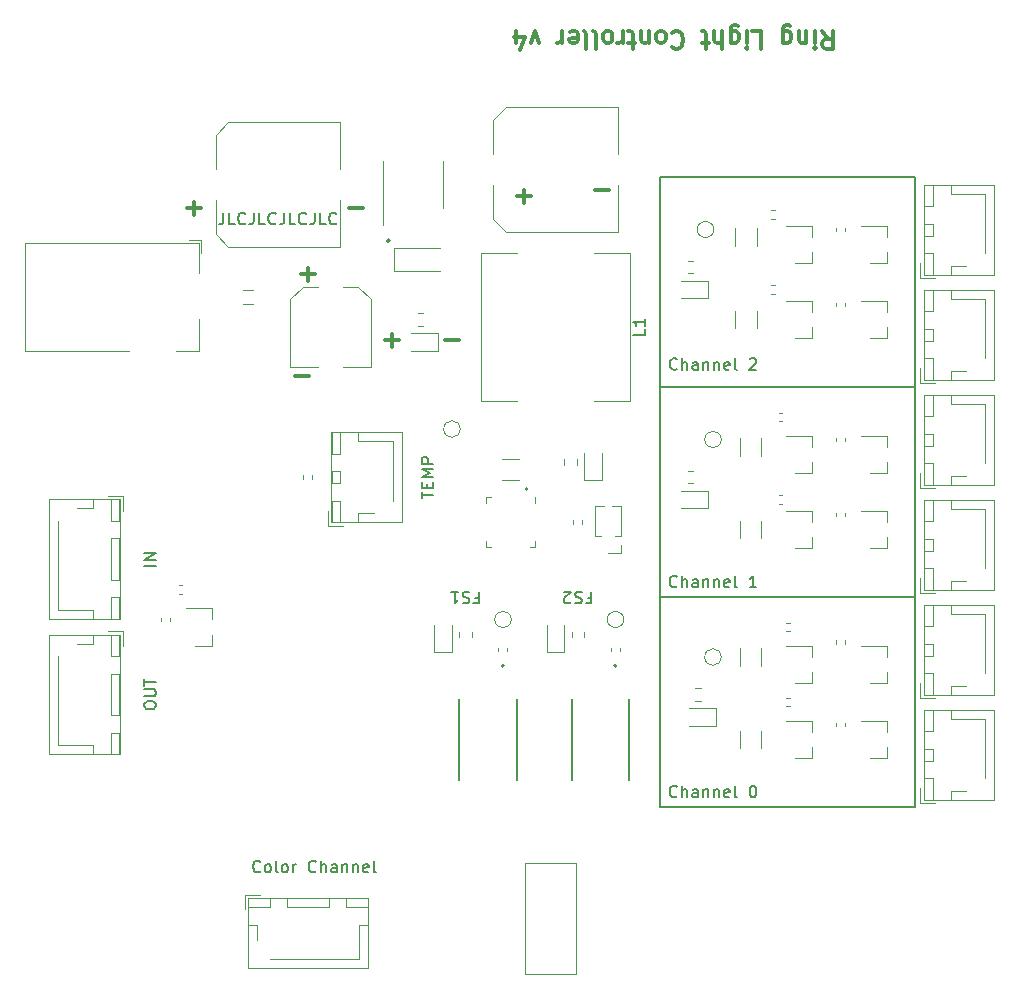
<source format=gbr>
%TF.GenerationSoftware,KiCad,Pcbnew,5.1.10-88a1d61d58~88~ubuntu20.04.1*%
%TF.CreationDate,2021-07-09T08:27:42-06:00*%
%TF.ProjectId,ring_light_controller,72696e67-5f6c-4696-9768-745f636f6e74,2*%
%TF.SameCoordinates,Original*%
%TF.FileFunction,Legend,Top*%
%TF.FilePolarity,Positive*%
%FSLAX46Y46*%
G04 Gerber Fmt 4.6, Leading zero omitted, Abs format (unit mm)*
G04 Created by KiCad (PCBNEW 5.1.10-88a1d61d58~88~ubuntu20.04.1) date 2021-07-09 08:27:42*
%MOMM*%
%LPD*%
G01*
G04 APERTURE LIST*
%ADD10C,0.300000*%
%ADD11C,0.150000*%
%ADD12C,0.200000*%
%ADD13C,0.120000*%
%ADD14C,0.127000*%
G04 APERTURE END LIST*
D10*
X121348571Y-81895142D02*
X122491428Y-81895142D01*
X121920000Y-82466571D02*
X121920000Y-81323714D01*
X120840571Y-90531142D02*
X121983428Y-90531142D01*
X128460571Y-87483142D02*
X129603428Y-87483142D01*
X129032000Y-88054571D02*
X129032000Y-86911714D01*
X139636571Y-75291142D02*
X140779428Y-75291142D01*
X140208000Y-75862571D02*
X140208000Y-74719714D01*
X111696571Y-76307142D02*
X112839428Y-76307142D01*
X112268000Y-76878571D02*
X112268000Y-75735714D01*
X133540571Y-87483142D02*
X134683428Y-87483142D01*
X146240571Y-74783142D02*
X147383428Y-74783142D01*
X125412571Y-76307142D02*
X126555428Y-76307142D01*
D11*
X117880380Y-132437142D02*
X117832761Y-132484761D01*
X117689904Y-132532380D01*
X117594666Y-132532380D01*
X117451809Y-132484761D01*
X117356571Y-132389523D01*
X117308952Y-132294285D01*
X117261333Y-132103809D01*
X117261333Y-131960952D01*
X117308952Y-131770476D01*
X117356571Y-131675238D01*
X117451809Y-131580000D01*
X117594666Y-131532380D01*
X117689904Y-131532380D01*
X117832761Y-131580000D01*
X117880380Y-131627619D01*
X118451809Y-132532380D02*
X118356571Y-132484761D01*
X118308952Y-132437142D01*
X118261333Y-132341904D01*
X118261333Y-132056190D01*
X118308952Y-131960952D01*
X118356571Y-131913333D01*
X118451809Y-131865714D01*
X118594666Y-131865714D01*
X118689904Y-131913333D01*
X118737523Y-131960952D01*
X118785142Y-132056190D01*
X118785142Y-132341904D01*
X118737523Y-132437142D01*
X118689904Y-132484761D01*
X118594666Y-132532380D01*
X118451809Y-132532380D01*
X119356571Y-132532380D02*
X119261333Y-132484761D01*
X119213714Y-132389523D01*
X119213714Y-131532380D01*
X119880380Y-132532380D02*
X119785142Y-132484761D01*
X119737523Y-132437142D01*
X119689904Y-132341904D01*
X119689904Y-132056190D01*
X119737523Y-131960952D01*
X119785142Y-131913333D01*
X119880380Y-131865714D01*
X120023238Y-131865714D01*
X120118476Y-131913333D01*
X120166095Y-131960952D01*
X120213714Y-132056190D01*
X120213714Y-132341904D01*
X120166095Y-132437142D01*
X120118476Y-132484761D01*
X120023238Y-132532380D01*
X119880380Y-132532380D01*
X120642285Y-132532380D02*
X120642285Y-131865714D01*
X120642285Y-132056190D02*
X120689904Y-131960952D01*
X120737523Y-131913333D01*
X120832761Y-131865714D01*
X120928000Y-131865714D01*
X122594666Y-132437142D02*
X122547047Y-132484761D01*
X122404190Y-132532380D01*
X122308952Y-132532380D01*
X122166095Y-132484761D01*
X122070857Y-132389523D01*
X122023238Y-132294285D01*
X121975619Y-132103809D01*
X121975619Y-131960952D01*
X122023238Y-131770476D01*
X122070857Y-131675238D01*
X122166095Y-131580000D01*
X122308952Y-131532380D01*
X122404190Y-131532380D01*
X122547047Y-131580000D01*
X122594666Y-131627619D01*
X123023238Y-132532380D02*
X123023238Y-131532380D01*
X123451809Y-132532380D02*
X123451809Y-132008571D01*
X123404190Y-131913333D01*
X123308952Y-131865714D01*
X123166095Y-131865714D01*
X123070857Y-131913333D01*
X123023238Y-131960952D01*
X124356571Y-132532380D02*
X124356571Y-132008571D01*
X124308952Y-131913333D01*
X124213714Y-131865714D01*
X124023238Y-131865714D01*
X123928000Y-131913333D01*
X124356571Y-132484761D02*
X124261333Y-132532380D01*
X124023238Y-132532380D01*
X123928000Y-132484761D01*
X123880380Y-132389523D01*
X123880380Y-132294285D01*
X123928000Y-132199047D01*
X124023238Y-132151428D01*
X124261333Y-132151428D01*
X124356571Y-132103809D01*
X124832761Y-131865714D02*
X124832761Y-132532380D01*
X124832761Y-131960952D02*
X124880380Y-131913333D01*
X124975619Y-131865714D01*
X125118476Y-131865714D01*
X125213714Y-131913333D01*
X125261333Y-132008571D01*
X125261333Y-132532380D01*
X125737523Y-131865714D02*
X125737523Y-132532380D01*
X125737523Y-131960952D02*
X125785142Y-131913333D01*
X125880380Y-131865714D01*
X126023238Y-131865714D01*
X126118476Y-131913333D01*
X126166095Y-132008571D01*
X126166095Y-132532380D01*
X127023238Y-132484761D02*
X126928000Y-132532380D01*
X126737523Y-132532380D01*
X126642285Y-132484761D01*
X126594666Y-132389523D01*
X126594666Y-132008571D01*
X126642285Y-131913333D01*
X126737523Y-131865714D01*
X126928000Y-131865714D01*
X127023238Y-131913333D01*
X127070857Y-132008571D01*
X127070857Y-132103809D01*
X126594666Y-132199047D01*
X127642285Y-132532380D02*
X127547047Y-132484761D01*
X127499428Y-132389523D01*
X127499428Y-131532380D01*
D12*
X114760952Y-76668380D02*
X114760952Y-77382666D01*
X114713333Y-77525523D01*
X114618095Y-77620761D01*
X114475238Y-77668380D01*
X114380000Y-77668380D01*
X115713333Y-77668380D02*
X115237142Y-77668380D01*
X115237142Y-76668380D01*
X116618095Y-77573142D02*
X116570476Y-77620761D01*
X116427619Y-77668380D01*
X116332380Y-77668380D01*
X116189523Y-77620761D01*
X116094285Y-77525523D01*
X116046666Y-77430285D01*
X115999047Y-77239809D01*
X115999047Y-77096952D01*
X116046666Y-76906476D01*
X116094285Y-76811238D01*
X116189523Y-76716000D01*
X116332380Y-76668380D01*
X116427619Y-76668380D01*
X116570476Y-76716000D01*
X116618095Y-76763619D01*
X117332380Y-76668380D02*
X117332380Y-77382666D01*
X117284761Y-77525523D01*
X117189523Y-77620761D01*
X117046666Y-77668380D01*
X116951428Y-77668380D01*
X118284761Y-77668380D02*
X117808571Y-77668380D01*
X117808571Y-76668380D01*
X119189523Y-77573142D02*
X119141904Y-77620761D01*
X118999047Y-77668380D01*
X118903809Y-77668380D01*
X118760952Y-77620761D01*
X118665714Y-77525523D01*
X118618095Y-77430285D01*
X118570476Y-77239809D01*
X118570476Y-77096952D01*
X118618095Y-76906476D01*
X118665714Y-76811238D01*
X118760952Y-76716000D01*
X118903809Y-76668380D01*
X118999047Y-76668380D01*
X119141904Y-76716000D01*
X119189523Y-76763619D01*
X119903809Y-76668380D02*
X119903809Y-77382666D01*
X119856190Y-77525523D01*
X119760952Y-77620761D01*
X119618095Y-77668380D01*
X119522857Y-77668380D01*
X120856190Y-77668380D02*
X120380000Y-77668380D01*
X120380000Y-76668380D01*
X121760952Y-77573142D02*
X121713333Y-77620761D01*
X121570476Y-77668380D01*
X121475238Y-77668380D01*
X121332380Y-77620761D01*
X121237142Y-77525523D01*
X121189523Y-77430285D01*
X121141904Y-77239809D01*
X121141904Y-77096952D01*
X121189523Y-76906476D01*
X121237142Y-76811238D01*
X121332380Y-76716000D01*
X121475238Y-76668380D01*
X121570476Y-76668380D01*
X121713333Y-76716000D01*
X121760952Y-76763619D01*
X122475238Y-76668380D02*
X122475238Y-77382666D01*
X122427619Y-77525523D01*
X122332380Y-77620761D01*
X122189523Y-77668380D01*
X122094285Y-77668380D01*
X123427619Y-77668380D02*
X122951428Y-77668380D01*
X122951428Y-76668380D01*
X124332380Y-77573142D02*
X124284761Y-77620761D01*
X124141904Y-77668380D01*
X124046666Y-77668380D01*
X123903809Y-77620761D01*
X123808571Y-77525523D01*
X123760952Y-77430285D01*
X123713333Y-77239809D01*
X123713333Y-77096952D01*
X123760952Y-76906476D01*
X123808571Y-76811238D01*
X123903809Y-76716000D01*
X124046666Y-76668380D01*
X124141904Y-76668380D01*
X124284761Y-76716000D01*
X124332380Y-76763619D01*
D10*
X165479428Y-61297428D02*
X165979428Y-62011714D01*
X166336571Y-61297428D02*
X166336571Y-62797428D01*
X165765142Y-62797428D01*
X165622285Y-62726000D01*
X165550857Y-62654571D01*
X165479428Y-62511714D01*
X165479428Y-62297428D01*
X165550857Y-62154571D01*
X165622285Y-62083142D01*
X165765142Y-62011714D01*
X166336571Y-62011714D01*
X164836571Y-61297428D02*
X164836571Y-62297428D01*
X164836571Y-62797428D02*
X164908000Y-62726000D01*
X164836571Y-62654571D01*
X164765142Y-62726000D01*
X164836571Y-62797428D01*
X164836571Y-62654571D01*
X164122285Y-62297428D02*
X164122285Y-61297428D01*
X164122285Y-62154571D02*
X164050857Y-62226000D01*
X163908000Y-62297428D01*
X163693714Y-62297428D01*
X163550857Y-62226000D01*
X163479428Y-62083142D01*
X163479428Y-61297428D01*
X162122285Y-62297428D02*
X162122285Y-61083142D01*
X162193714Y-60940285D01*
X162265142Y-60868857D01*
X162408000Y-60797428D01*
X162622285Y-60797428D01*
X162765142Y-60868857D01*
X162122285Y-61368857D02*
X162265142Y-61297428D01*
X162550857Y-61297428D01*
X162693714Y-61368857D01*
X162765142Y-61440285D01*
X162836571Y-61583142D01*
X162836571Y-62011714D01*
X162765142Y-62154571D01*
X162693714Y-62226000D01*
X162550857Y-62297428D01*
X162265142Y-62297428D01*
X162122285Y-62226000D01*
X159550857Y-61297428D02*
X160265142Y-61297428D01*
X160265142Y-62797428D01*
X159050857Y-61297428D02*
X159050857Y-62297428D01*
X159050857Y-62797428D02*
X159122285Y-62726000D01*
X159050857Y-62654571D01*
X158979428Y-62726000D01*
X159050857Y-62797428D01*
X159050857Y-62654571D01*
X157693714Y-62297428D02*
X157693714Y-61083142D01*
X157765142Y-60940285D01*
X157836571Y-60868857D01*
X157979428Y-60797428D01*
X158193714Y-60797428D01*
X158336571Y-60868857D01*
X157693714Y-61368857D02*
X157836571Y-61297428D01*
X158122285Y-61297428D01*
X158265142Y-61368857D01*
X158336571Y-61440285D01*
X158408000Y-61583142D01*
X158408000Y-62011714D01*
X158336571Y-62154571D01*
X158265142Y-62226000D01*
X158122285Y-62297428D01*
X157836571Y-62297428D01*
X157693714Y-62226000D01*
X156979428Y-61297428D02*
X156979428Y-62797428D01*
X156336571Y-61297428D02*
X156336571Y-62083142D01*
X156408000Y-62226000D01*
X156550857Y-62297428D01*
X156765142Y-62297428D01*
X156908000Y-62226000D01*
X156979428Y-62154571D01*
X155836571Y-62297428D02*
X155265142Y-62297428D01*
X155622285Y-62797428D02*
X155622285Y-61511714D01*
X155550857Y-61368857D01*
X155408000Y-61297428D01*
X155265142Y-61297428D01*
X152765142Y-61440285D02*
X152836571Y-61368857D01*
X153050857Y-61297428D01*
X153193714Y-61297428D01*
X153408000Y-61368857D01*
X153550857Y-61511714D01*
X153622285Y-61654571D01*
X153693714Y-61940285D01*
X153693714Y-62154571D01*
X153622285Y-62440285D01*
X153550857Y-62583142D01*
X153408000Y-62726000D01*
X153193714Y-62797428D01*
X153050857Y-62797428D01*
X152836571Y-62726000D01*
X152765142Y-62654571D01*
X151908000Y-61297428D02*
X152050857Y-61368857D01*
X152122285Y-61440285D01*
X152193714Y-61583142D01*
X152193714Y-62011714D01*
X152122285Y-62154571D01*
X152050857Y-62226000D01*
X151908000Y-62297428D01*
X151693714Y-62297428D01*
X151550857Y-62226000D01*
X151479428Y-62154571D01*
X151408000Y-62011714D01*
X151408000Y-61583142D01*
X151479428Y-61440285D01*
X151550857Y-61368857D01*
X151693714Y-61297428D01*
X151908000Y-61297428D01*
X150765142Y-62297428D02*
X150765142Y-61297428D01*
X150765142Y-62154571D02*
X150693714Y-62226000D01*
X150550857Y-62297428D01*
X150336571Y-62297428D01*
X150193714Y-62226000D01*
X150122285Y-62083142D01*
X150122285Y-61297428D01*
X149622285Y-62297428D02*
X149050857Y-62297428D01*
X149408000Y-62797428D02*
X149408000Y-61511714D01*
X149336571Y-61368857D01*
X149193714Y-61297428D01*
X149050857Y-61297428D01*
X148550857Y-61297428D02*
X148550857Y-62297428D01*
X148550857Y-62011714D02*
X148479428Y-62154571D01*
X148408000Y-62226000D01*
X148265142Y-62297428D01*
X148122285Y-62297428D01*
X147408000Y-61297428D02*
X147550857Y-61368857D01*
X147622285Y-61440285D01*
X147693714Y-61583142D01*
X147693714Y-62011714D01*
X147622285Y-62154571D01*
X147550857Y-62226000D01*
X147408000Y-62297428D01*
X147193714Y-62297428D01*
X147050857Y-62226000D01*
X146979428Y-62154571D01*
X146908000Y-62011714D01*
X146908000Y-61583142D01*
X146979428Y-61440285D01*
X147050857Y-61368857D01*
X147193714Y-61297428D01*
X147408000Y-61297428D01*
X146050857Y-61297428D02*
X146193714Y-61368857D01*
X146265142Y-61511714D01*
X146265142Y-62797428D01*
X145265142Y-61297428D02*
X145408000Y-61368857D01*
X145479428Y-61511714D01*
X145479428Y-62797428D01*
X144122285Y-61368857D02*
X144265142Y-61297428D01*
X144550857Y-61297428D01*
X144693714Y-61368857D01*
X144765142Y-61511714D01*
X144765142Y-62083142D01*
X144693714Y-62226000D01*
X144550857Y-62297428D01*
X144265142Y-62297428D01*
X144122285Y-62226000D01*
X144050857Y-62083142D01*
X144050857Y-61940285D01*
X144765142Y-61797428D01*
X143408000Y-61297428D02*
X143408000Y-62297428D01*
X143408000Y-62011714D02*
X143336571Y-62154571D01*
X143265142Y-62226000D01*
X143122285Y-62297428D01*
X142979428Y-62297428D01*
X141479428Y-62297428D02*
X141122285Y-61297428D01*
X140765142Y-62297428D01*
X139550857Y-62297428D02*
X139550857Y-61297428D01*
X139908000Y-62868857D02*
X140265142Y-61797428D01*
X139336571Y-61797428D01*
D11*
X128856490Y-79057500D02*
G75*
G03*
X128856490Y-79057500I-141990J0D01*
G01*
X140488303Y-100076000D02*
G75*
G03*
X140488303Y-100076000I-89803J0D01*
G01*
X131532380Y-100869523D02*
X131532380Y-100298095D01*
X132532380Y-100583809D02*
X131532380Y-100583809D01*
X132008571Y-99964761D02*
X132008571Y-99631428D01*
X132532380Y-99488571D02*
X132532380Y-99964761D01*
X131532380Y-99964761D01*
X131532380Y-99488571D01*
X132532380Y-99060000D02*
X131532380Y-99060000D01*
X132246666Y-98726666D01*
X131532380Y-98393333D01*
X132532380Y-98393333D01*
X132532380Y-97917142D02*
X131532380Y-97917142D01*
X131532380Y-97536190D01*
X131580000Y-97440952D01*
X131627619Y-97393333D01*
X131722857Y-97345714D01*
X131865714Y-97345714D01*
X131960952Y-97393333D01*
X132008571Y-97440952D01*
X132056190Y-97536190D01*
X132056190Y-97917142D01*
X108037380Y-118475000D02*
X108037380Y-118284523D01*
X108085000Y-118189285D01*
X108180238Y-118094047D01*
X108370714Y-118046428D01*
X108704047Y-118046428D01*
X108894523Y-118094047D01*
X108989761Y-118189285D01*
X109037380Y-118284523D01*
X109037380Y-118475000D01*
X108989761Y-118570238D01*
X108894523Y-118665476D01*
X108704047Y-118713095D01*
X108370714Y-118713095D01*
X108180238Y-118665476D01*
X108085000Y-118570238D01*
X108037380Y-118475000D01*
X108037380Y-117617857D02*
X108846904Y-117617857D01*
X108942142Y-117570238D01*
X108989761Y-117522619D01*
X109037380Y-117427380D01*
X109037380Y-117236904D01*
X108989761Y-117141666D01*
X108942142Y-117094047D01*
X108846904Y-117046428D01*
X108037380Y-117046428D01*
X108037380Y-116713095D02*
X108037380Y-116141666D01*
X109037380Y-116427380D02*
X108037380Y-116427380D01*
X109037380Y-106568809D02*
X108037380Y-106568809D01*
X109037380Y-106092619D02*
X108037380Y-106092619D01*
X109037380Y-105521190D01*
X108037380Y-105521190D01*
X145589523Y-109291428D02*
X145922857Y-109291428D01*
X145922857Y-108767619D02*
X145922857Y-109767619D01*
X145446666Y-109767619D01*
X145113333Y-108815238D02*
X144970476Y-108767619D01*
X144732380Y-108767619D01*
X144637142Y-108815238D01*
X144589523Y-108862857D01*
X144541904Y-108958095D01*
X144541904Y-109053333D01*
X144589523Y-109148571D01*
X144637142Y-109196190D01*
X144732380Y-109243809D01*
X144922857Y-109291428D01*
X145018095Y-109339047D01*
X145065714Y-109386666D01*
X145113333Y-109481904D01*
X145113333Y-109577142D01*
X145065714Y-109672380D01*
X145018095Y-109720000D01*
X144922857Y-109767619D01*
X144684761Y-109767619D01*
X144541904Y-109720000D01*
X144160952Y-109672380D02*
X144113333Y-109720000D01*
X144018095Y-109767619D01*
X143780000Y-109767619D01*
X143684761Y-109720000D01*
X143637142Y-109672380D01*
X143589523Y-109577142D01*
X143589523Y-109481904D01*
X143637142Y-109339047D01*
X144208571Y-108767619D01*
X143589523Y-108767619D01*
X136064523Y-109291428D02*
X136397857Y-109291428D01*
X136397857Y-108767619D02*
X136397857Y-109767619D01*
X135921666Y-109767619D01*
X135588333Y-108815238D02*
X135445476Y-108767619D01*
X135207380Y-108767619D01*
X135112142Y-108815238D01*
X135064523Y-108862857D01*
X135016904Y-108958095D01*
X135016904Y-109053333D01*
X135064523Y-109148571D01*
X135112142Y-109196190D01*
X135207380Y-109243809D01*
X135397857Y-109291428D01*
X135493095Y-109339047D01*
X135540714Y-109386666D01*
X135588333Y-109481904D01*
X135588333Y-109577142D01*
X135540714Y-109672380D01*
X135493095Y-109720000D01*
X135397857Y-109767619D01*
X135159761Y-109767619D01*
X135016904Y-109720000D01*
X134064523Y-108767619D02*
X134635952Y-108767619D01*
X134350238Y-108767619D02*
X134350238Y-109767619D01*
X134445476Y-109624761D01*
X134540714Y-109529523D01*
X134635952Y-109481904D01*
X153162380Y-89892142D02*
X153114761Y-89939761D01*
X152971904Y-89987380D01*
X152876666Y-89987380D01*
X152733809Y-89939761D01*
X152638571Y-89844523D01*
X152590952Y-89749285D01*
X152543333Y-89558809D01*
X152543333Y-89415952D01*
X152590952Y-89225476D01*
X152638571Y-89130238D01*
X152733809Y-89035000D01*
X152876666Y-88987380D01*
X152971904Y-88987380D01*
X153114761Y-89035000D01*
X153162380Y-89082619D01*
X153590952Y-89987380D02*
X153590952Y-88987380D01*
X154019523Y-89987380D02*
X154019523Y-89463571D01*
X153971904Y-89368333D01*
X153876666Y-89320714D01*
X153733809Y-89320714D01*
X153638571Y-89368333D01*
X153590952Y-89415952D01*
X154924285Y-89987380D02*
X154924285Y-89463571D01*
X154876666Y-89368333D01*
X154781428Y-89320714D01*
X154590952Y-89320714D01*
X154495714Y-89368333D01*
X154924285Y-89939761D02*
X154829047Y-89987380D01*
X154590952Y-89987380D01*
X154495714Y-89939761D01*
X154448095Y-89844523D01*
X154448095Y-89749285D01*
X154495714Y-89654047D01*
X154590952Y-89606428D01*
X154829047Y-89606428D01*
X154924285Y-89558809D01*
X155400476Y-89320714D02*
X155400476Y-89987380D01*
X155400476Y-89415952D02*
X155448095Y-89368333D01*
X155543333Y-89320714D01*
X155686190Y-89320714D01*
X155781428Y-89368333D01*
X155829047Y-89463571D01*
X155829047Y-89987380D01*
X156305238Y-89320714D02*
X156305238Y-89987380D01*
X156305238Y-89415952D02*
X156352857Y-89368333D01*
X156448095Y-89320714D01*
X156590952Y-89320714D01*
X156686190Y-89368333D01*
X156733809Y-89463571D01*
X156733809Y-89987380D01*
X157590952Y-89939761D02*
X157495714Y-89987380D01*
X157305238Y-89987380D01*
X157210000Y-89939761D01*
X157162380Y-89844523D01*
X157162380Y-89463571D01*
X157210000Y-89368333D01*
X157305238Y-89320714D01*
X157495714Y-89320714D01*
X157590952Y-89368333D01*
X157638571Y-89463571D01*
X157638571Y-89558809D01*
X157162380Y-89654047D01*
X158210000Y-89987380D02*
X158114761Y-89939761D01*
X158067142Y-89844523D01*
X158067142Y-88987380D01*
X159305238Y-89082619D02*
X159352857Y-89035000D01*
X159448095Y-88987380D01*
X159686190Y-88987380D01*
X159781428Y-89035000D01*
X159829047Y-89082619D01*
X159876666Y-89177857D01*
X159876666Y-89273095D01*
X159829047Y-89415952D01*
X159257619Y-89987380D01*
X159876666Y-89987380D01*
X153162380Y-108307142D02*
X153114761Y-108354761D01*
X152971904Y-108402380D01*
X152876666Y-108402380D01*
X152733809Y-108354761D01*
X152638571Y-108259523D01*
X152590952Y-108164285D01*
X152543333Y-107973809D01*
X152543333Y-107830952D01*
X152590952Y-107640476D01*
X152638571Y-107545238D01*
X152733809Y-107450000D01*
X152876666Y-107402380D01*
X152971904Y-107402380D01*
X153114761Y-107450000D01*
X153162380Y-107497619D01*
X153590952Y-108402380D02*
X153590952Y-107402380D01*
X154019523Y-108402380D02*
X154019523Y-107878571D01*
X153971904Y-107783333D01*
X153876666Y-107735714D01*
X153733809Y-107735714D01*
X153638571Y-107783333D01*
X153590952Y-107830952D01*
X154924285Y-108402380D02*
X154924285Y-107878571D01*
X154876666Y-107783333D01*
X154781428Y-107735714D01*
X154590952Y-107735714D01*
X154495714Y-107783333D01*
X154924285Y-108354761D02*
X154829047Y-108402380D01*
X154590952Y-108402380D01*
X154495714Y-108354761D01*
X154448095Y-108259523D01*
X154448095Y-108164285D01*
X154495714Y-108069047D01*
X154590952Y-108021428D01*
X154829047Y-108021428D01*
X154924285Y-107973809D01*
X155400476Y-107735714D02*
X155400476Y-108402380D01*
X155400476Y-107830952D02*
X155448095Y-107783333D01*
X155543333Y-107735714D01*
X155686190Y-107735714D01*
X155781428Y-107783333D01*
X155829047Y-107878571D01*
X155829047Y-108402380D01*
X156305238Y-107735714D02*
X156305238Y-108402380D01*
X156305238Y-107830952D02*
X156352857Y-107783333D01*
X156448095Y-107735714D01*
X156590952Y-107735714D01*
X156686190Y-107783333D01*
X156733809Y-107878571D01*
X156733809Y-108402380D01*
X157590952Y-108354761D02*
X157495714Y-108402380D01*
X157305238Y-108402380D01*
X157210000Y-108354761D01*
X157162380Y-108259523D01*
X157162380Y-107878571D01*
X157210000Y-107783333D01*
X157305238Y-107735714D01*
X157495714Y-107735714D01*
X157590952Y-107783333D01*
X157638571Y-107878571D01*
X157638571Y-107973809D01*
X157162380Y-108069047D01*
X158210000Y-108402380D02*
X158114761Y-108354761D01*
X158067142Y-108259523D01*
X158067142Y-107402380D01*
X159876666Y-108402380D02*
X159305238Y-108402380D01*
X159590952Y-108402380D02*
X159590952Y-107402380D01*
X159495714Y-107545238D01*
X159400476Y-107640476D01*
X159305238Y-107688095D01*
X153162380Y-126087142D02*
X153114761Y-126134761D01*
X152971904Y-126182380D01*
X152876666Y-126182380D01*
X152733809Y-126134761D01*
X152638571Y-126039523D01*
X152590952Y-125944285D01*
X152543333Y-125753809D01*
X152543333Y-125610952D01*
X152590952Y-125420476D01*
X152638571Y-125325238D01*
X152733809Y-125230000D01*
X152876666Y-125182380D01*
X152971904Y-125182380D01*
X153114761Y-125230000D01*
X153162380Y-125277619D01*
X153590952Y-126182380D02*
X153590952Y-125182380D01*
X154019523Y-126182380D02*
X154019523Y-125658571D01*
X153971904Y-125563333D01*
X153876666Y-125515714D01*
X153733809Y-125515714D01*
X153638571Y-125563333D01*
X153590952Y-125610952D01*
X154924285Y-126182380D02*
X154924285Y-125658571D01*
X154876666Y-125563333D01*
X154781428Y-125515714D01*
X154590952Y-125515714D01*
X154495714Y-125563333D01*
X154924285Y-126134761D02*
X154829047Y-126182380D01*
X154590952Y-126182380D01*
X154495714Y-126134761D01*
X154448095Y-126039523D01*
X154448095Y-125944285D01*
X154495714Y-125849047D01*
X154590952Y-125801428D01*
X154829047Y-125801428D01*
X154924285Y-125753809D01*
X155400476Y-125515714D02*
X155400476Y-126182380D01*
X155400476Y-125610952D02*
X155448095Y-125563333D01*
X155543333Y-125515714D01*
X155686190Y-125515714D01*
X155781428Y-125563333D01*
X155829047Y-125658571D01*
X155829047Y-126182380D01*
X156305238Y-125515714D02*
X156305238Y-126182380D01*
X156305238Y-125610952D02*
X156352857Y-125563333D01*
X156448095Y-125515714D01*
X156590952Y-125515714D01*
X156686190Y-125563333D01*
X156733809Y-125658571D01*
X156733809Y-126182380D01*
X157590952Y-126134761D02*
X157495714Y-126182380D01*
X157305238Y-126182380D01*
X157210000Y-126134761D01*
X157162380Y-126039523D01*
X157162380Y-125658571D01*
X157210000Y-125563333D01*
X157305238Y-125515714D01*
X157495714Y-125515714D01*
X157590952Y-125563333D01*
X157638571Y-125658571D01*
X157638571Y-125753809D01*
X157162380Y-125849047D01*
X158210000Y-126182380D02*
X158114761Y-126134761D01*
X158067142Y-126039523D01*
X158067142Y-125182380D01*
X159543333Y-125182380D02*
X159638571Y-125182380D01*
X159733809Y-125230000D01*
X159781428Y-125277619D01*
X159829047Y-125372857D01*
X159876666Y-125563333D01*
X159876666Y-125801428D01*
X159829047Y-125991904D01*
X159781428Y-126087142D01*
X159733809Y-126134761D01*
X159638571Y-126182380D01*
X159543333Y-126182380D01*
X159448095Y-126134761D01*
X159400476Y-126087142D01*
X159352857Y-125991904D01*
X159305238Y-125801428D01*
X159305238Y-125563333D01*
X159352857Y-125372857D01*
X159400476Y-125277619D01*
X159448095Y-125230000D01*
X159543333Y-125182380D01*
X173355000Y-127000000D02*
X173355000Y-109220000D01*
X151765000Y-127000000D02*
X173355000Y-127000000D01*
X151765000Y-109220000D02*
X151765000Y-127000000D01*
X151765000Y-109220000D02*
X151765000Y-91440000D01*
X173355000Y-109220000D02*
X151765000Y-109220000D01*
X173355000Y-91440000D02*
X173355000Y-109220000D01*
X173355000Y-73660000D02*
X173355000Y-91440000D01*
X151765000Y-73660000D02*
X173355000Y-73660000D01*
X151765000Y-91440000D02*
X151765000Y-73660000D01*
X173355000Y-91440000D02*
X151765000Y-91440000D01*
D13*
%TO.C,C1*%
X138353748Y-97515000D02*
X139776252Y-97515000D01*
X138353748Y-99335000D02*
X139776252Y-99335000D01*
%TO.C,C2*%
X148135000Y-78285000D02*
X148135000Y-74335000D01*
X148135000Y-67765000D02*
X148135000Y-71715000D01*
X138679437Y-67765000D02*
X148135000Y-67765000D01*
X138679437Y-78285000D02*
X148135000Y-78285000D01*
X137615000Y-77220563D02*
X137615000Y-74335000D01*
X137615000Y-68829437D02*
X137615000Y-71715000D01*
X137615000Y-68829437D02*
X138679437Y-67765000D01*
X137615000Y-77220563D02*
X138679437Y-78285000D01*
%TO.C,C3*%
X120415000Y-89770000D02*
X122765000Y-89770000D01*
X127235000Y-89770000D02*
X124885000Y-89770000D01*
X127235000Y-84014437D02*
X127235000Y-89770000D01*
X120415000Y-84014437D02*
X120415000Y-89770000D01*
X121479437Y-82950000D02*
X122765000Y-82950000D01*
X126170563Y-82950000D02*
X124885000Y-82950000D01*
X126170563Y-82950000D02*
X127235000Y-84014437D01*
X121479437Y-82950000D02*
X120415000Y-84014437D01*
%TO.C,C4*%
X114120000Y-78490563D02*
X115184437Y-79555000D01*
X114120000Y-70099437D02*
X115184437Y-69035000D01*
X114120000Y-70099437D02*
X114120000Y-72985000D01*
X114120000Y-78490563D02*
X114120000Y-75605000D01*
X115184437Y-79555000D02*
X124640000Y-79555000D01*
X115184437Y-69035000D02*
X124640000Y-69035000D01*
X124640000Y-69035000D02*
X124640000Y-72985000D01*
X124640000Y-79555000D02*
X124640000Y-75605000D01*
%TO.C,D1*%
X146785000Y-99275000D02*
X146785000Y-96990000D01*
X145315000Y-99275000D02*
X146785000Y-99275000D01*
X145315000Y-96990000D02*
X145315000Y-99275000D01*
%TO.C,D2*%
X154140000Y-120115000D02*
X156425000Y-120115000D01*
X156425000Y-120115000D02*
X156425000Y-118645000D01*
X156425000Y-118645000D02*
X154140000Y-118645000D01*
%TO.C,D3*%
X153505000Y-101700000D02*
X155790000Y-101700000D01*
X155790000Y-101700000D02*
X155790000Y-100230000D01*
X155790000Y-100230000D02*
X153505000Y-100230000D01*
%TO.C,D4*%
X155790000Y-82450000D02*
X153505000Y-82450000D01*
X155790000Y-83920000D02*
X155790000Y-82450000D01*
X153505000Y-83920000D02*
X155790000Y-83920000D01*
%TO.C,D5*%
X130645000Y-88365000D02*
X132930000Y-88365000D01*
X132930000Y-88365000D02*
X132930000Y-86895000D01*
X132930000Y-86895000D02*
X130645000Y-86895000D01*
%TO.C,D6*%
X129195000Y-79645000D02*
X129195000Y-81645000D01*
X129195000Y-81645000D02*
X133095000Y-81645000D01*
X129195000Y-79645000D02*
X133095000Y-79645000D01*
%TO.C,FB1*%
X117239622Y-84380000D02*
X116440378Y-84380000D01*
X117239622Y-83260000D02*
X116440378Y-83260000D01*
%TO.C,J1*%
X140335000Y-141097000D02*
X144653000Y-141097000D01*
X140335000Y-131699000D02*
X140335000Y-141097000D01*
X144653000Y-131699000D02*
X140335000Y-131699000D01*
X144653000Y-141097000D02*
X144653000Y-131699000D01*
%TO.C,J2*%
X105965000Y-100945000D02*
X99995000Y-100945000D01*
X99995000Y-100945000D02*
X99995000Y-111065000D01*
X99995000Y-111065000D02*
X105965000Y-111065000D01*
X105965000Y-111065000D02*
X105965000Y-100945000D01*
X105955000Y-104255000D02*
X105205000Y-104255000D01*
X105205000Y-104255000D02*
X105205000Y-107755000D01*
X105205000Y-107755000D02*
X105955000Y-107755000D01*
X105955000Y-107755000D02*
X105955000Y-104255000D01*
X105955000Y-100955000D02*
X105205000Y-100955000D01*
X105205000Y-100955000D02*
X105205000Y-102755000D01*
X105205000Y-102755000D02*
X105955000Y-102755000D01*
X105955000Y-102755000D02*
X105955000Y-100955000D01*
X105955000Y-109255000D02*
X105205000Y-109255000D01*
X105205000Y-109255000D02*
X105205000Y-111055000D01*
X105205000Y-111055000D02*
X105955000Y-111055000D01*
X105955000Y-111055000D02*
X105955000Y-109255000D01*
X103705000Y-100955000D02*
X103705000Y-101705000D01*
X103705000Y-101705000D02*
X102365000Y-101705000D01*
X100755000Y-106005000D02*
X100755000Y-102765000D01*
X103705000Y-111055000D02*
X103705000Y-110305000D01*
X103705000Y-110305000D02*
X100755000Y-110305000D01*
X100755000Y-110305000D02*
X100755000Y-106005000D01*
X106255000Y-101905000D02*
X106255000Y-100655000D01*
X106255000Y-100655000D02*
X105005000Y-100655000D01*
%TO.C,J3*%
X106255000Y-112125000D02*
X105005000Y-112125000D01*
X106255000Y-113375000D02*
X106255000Y-112125000D01*
X100755000Y-121775000D02*
X100755000Y-117475000D01*
X103705000Y-121775000D02*
X100755000Y-121775000D01*
X103705000Y-122525000D02*
X103705000Y-121775000D01*
X100755000Y-117475000D02*
X100755000Y-114235000D01*
X103705000Y-113175000D02*
X102365000Y-113175000D01*
X103705000Y-112425000D02*
X103705000Y-113175000D01*
X105955000Y-122525000D02*
X105955000Y-120725000D01*
X105205000Y-122525000D02*
X105955000Y-122525000D01*
X105205000Y-120725000D02*
X105205000Y-122525000D01*
X105955000Y-120725000D02*
X105205000Y-120725000D01*
X105955000Y-114225000D02*
X105955000Y-112425000D01*
X105205000Y-114225000D02*
X105955000Y-114225000D01*
X105205000Y-112425000D02*
X105205000Y-114225000D01*
X105955000Y-112425000D02*
X105205000Y-112425000D01*
X105955000Y-119225000D02*
X105955000Y-115725000D01*
X105205000Y-119225000D02*
X105955000Y-119225000D01*
X105205000Y-115725000D02*
X105205000Y-119225000D01*
X105955000Y-115725000D02*
X105205000Y-115725000D01*
X105965000Y-122535000D02*
X105965000Y-112415000D01*
X99995000Y-122535000D02*
X105965000Y-122535000D01*
X99995000Y-112415000D02*
X99995000Y-122535000D01*
X105965000Y-112415000D02*
X99995000Y-112415000D01*
%TO.C,J4*%
X173780000Y-126675000D02*
X175030000Y-126675000D01*
X173780000Y-125425000D02*
X173780000Y-126675000D01*
X179280000Y-119525000D02*
X179280000Y-122575000D01*
X176330000Y-119525000D02*
X179280000Y-119525000D01*
X176330000Y-118775000D02*
X176330000Y-119525000D01*
X179280000Y-122575000D02*
X179280000Y-124565000D01*
X176330000Y-125625000D02*
X177670000Y-125625000D01*
X176330000Y-126375000D02*
X176330000Y-125625000D01*
X174080000Y-118775000D02*
X174080000Y-120575000D01*
X174830000Y-118775000D02*
X174080000Y-118775000D01*
X174830000Y-120575000D02*
X174830000Y-118775000D01*
X174080000Y-120575000D02*
X174830000Y-120575000D01*
X174080000Y-124575000D02*
X174080000Y-126375000D01*
X174830000Y-124575000D02*
X174080000Y-124575000D01*
X174830000Y-126375000D02*
X174830000Y-124575000D01*
X174080000Y-126375000D02*
X174830000Y-126375000D01*
X174080000Y-122075000D02*
X174080000Y-123075000D01*
X174830000Y-122075000D02*
X174080000Y-122075000D01*
X174830000Y-123075000D02*
X174830000Y-122075000D01*
X174080000Y-123075000D02*
X174830000Y-123075000D01*
X174070000Y-118765000D02*
X174070000Y-126385000D01*
X180040000Y-118765000D02*
X174070000Y-118765000D01*
X180040000Y-126385000D02*
X180040000Y-118765000D01*
X174070000Y-126385000D02*
X180040000Y-126385000D01*
%TO.C,J5*%
X174070000Y-117495000D02*
X180040000Y-117495000D01*
X180040000Y-117495000D02*
X180040000Y-109875000D01*
X180040000Y-109875000D02*
X174070000Y-109875000D01*
X174070000Y-109875000D02*
X174070000Y-117495000D01*
X174080000Y-114185000D02*
X174830000Y-114185000D01*
X174830000Y-114185000D02*
X174830000Y-113185000D01*
X174830000Y-113185000D02*
X174080000Y-113185000D01*
X174080000Y-113185000D02*
X174080000Y-114185000D01*
X174080000Y-117485000D02*
X174830000Y-117485000D01*
X174830000Y-117485000D02*
X174830000Y-115685000D01*
X174830000Y-115685000D02*
X174080000Y-115685000D01*
X174080000Y-115685000D02*
X174080000Y-117485000D01*
X174080000Y-111685000D02*
X174830000Y-111685000D01*
X174830000Y-111685000D02*
X174830000Y-109885000D01*
X174830000Y-109885000D02*
X174080000Y-109885000D01*
X174080000Y-109885000D02*
X174080000Y-111685000D01*
X176330000Y-117485000D02*
X176330000Y-116735000D01*
X176330000Y-116735000D02*
X177670000Y-116735000D01*
X179280000Y-113685000D02*
X179280000Y-115675000D01*
X176330000Y-109885000D02*
X176330000Y-110635000D01*
X176330000Y-110635000D02*
X179280000Y-110635000D01*
X179280000Y-110635000D02*
X179280000Y-113685000D01*
X173780000Y-116535000D02*
X173780000Y-117785000D01*
X173780000Y-117785000D02*
X175030000Y-117785000D01*
%TO.C,J6*%
X174070000Y-108605000D02*
X180040000Y-108605000D01*
X180040000Y-108605000D02*
X180040000Y-100985000D01*
X180040000Y-100985000D02*
X174070000Y-100985000D01*
X174070000Y-100985000D02*
X174070000Y-108605000D01*
X174080000Y-105295000D02*
X174830000Y-105295000D01*
X174830000Y-105295000D02*
X174830000Y-104295000D01*
X174830000Y-104295000D02*
X174080000Y-104295000D01*
X174080000Y-104295000D02*
X174080000Y-105295000D01*
X174080000Y-108595000D02*
X174830000Y-108595000D01*
X174830000Y-108595000D02*
X174830000Y-106795000D01*
X174830000Y-106795000D02*
X174080000Y-106795000D01*
X174080000Y-106795000D02*
X174080000Y-108595000D01*
X174080000Y-102795000D02*
X174830000Y-102795000D01*
X174830000Y-102795000D02*
X174830000Y-100995000D01*
X174830000Y-100995000D02*
X174080000Y-100995000D01*
X174080000Y-100995000D02*
X174080000Y-102795000D01*
X176330000Y-108595000D02*
X176330000Y-107845000D01*
X176330000Y-107845000D02*
X177670000Y-107845000D01*
X179280000Y-104795000D02*
X179280000Y-106785000D01*
X176330000Y-100995000D02*
X176330000Y-101745000D01*
X176330000Y-101745000D02*
X179280000Y-101745000D01*
X179280000Y-101745000D02*
X179280000Y-104795000D01*
X173780000Y-107645000D02*
X173780000Y-108895000D01*
X173780000Y-108895000D02*
X175030000Y-108895000D01*
%TO.C,J7*%
X173780000Y-100005000D02*
X175030000Y-100005000D01*
X173780000Y-98755000D02*
X173780000Y-100005000D01*
X179280000Y-92855000D02*
X179280000Y-95905000D01*
X176330000Y-92855000D02*
X179280000Y-92855000D01*
X176330000Y-92105000D02*
X176330000Y-92855000D01*
X179280000Y-95905000D02*
X179280000Y-97895000D01*
X176330000Y-98955000D02*
X177670000Y-98955000D01*
X176330000Y-99705000D02*
X176330000Y-98955000D01*
X174080000Y-92105000D02*
X174080000Y-93905000D01*
X174830000Y-92105000D02*
X174080000Y-92105000D01*
X174830000Y-93905000D02*
X174830000Y-92105000D01*
X174080000Y-93905000D02*
X174830000Y-93905000D01*
X174080000Y-97905000D02*
X174080000Y-99705000D01*
X174830000Y-97905000D02*
X174080000Y-97905000D01*
X174830000Y-99705000D02*
X174830000Y-97905000D01*
X174080000Y-99705000D02*
X174830000Y-99705000D01*
X174080000Y-95405000D02*
X174080000Y-96405000D01*
X174830000Y-95405000D02*
X174080000Y-95405000D01*
X174830000Y-96405000D02*
X174830000Y-95405000D01*
X174080000Y-96405000D02*
X174830000Y-96405000D01*
X174070000Y-92095000D02*
X174070000Y-99715000D01*
X180040000Y-92095000D02*
X174070000Y-92095000D01*
X180040000Y-99715000D02*
X180040000Y-92095000D01*
X174070000Y-99715000D02*
X180040000Y-99715000D01*
%TO.C,J8*%
X112860000Y-80070000D02*
X112860000Y-79020000D01*
X111810000Y-79020000D02*
X112860000Y-79020000D01*
X106760000Y-88420000D02*
X97960000Y-88420000D01*
X97960000Y-88420000D02*
X97960000Y-79220000D01*
X112660000Y-85720000D02*
X112660000Y-88420000D01*
X112660000Y-88420000D02*
X110760000Y-88420000D01*
X97960000Y-79220000D02*
X112660000Y-79220000D01*
X112660000Y-79220000D02*
X112660000Y-81820000D01*
%TO.C,J9*%
X148430000Y-101540000D02*
X147627530Y-101540000D01*
X147012470Y-101540000D02*
X146210000Y-101540000D01*
X148430000Y-104015000D02*
X148430000Y-101540000D01*
X146210000Y-104015000D02*
X146210000Y-101540000D01*
X148430000Y-104015000D02*
X147883471Y-104015000D01*
X146756529Y-104015000D02*
X146210000Y-104015000D01*
X148430000Y-104775000D02*
X148430000Y-105535000D01*
X148430000Y-105535000D02*
X147320000Y-105535000D01*
%TO.C,J10*%
X173780000Y-91115000D02*
X175030000Y-91115000D01*
X173780000Y-89865000D02*
X173780000Y-91115000D01*
X179280000Y-83965000D02*
X179280000Y-87015000D01*
X176330000Y-83965000D02*
X179280000Y-83965000D01*
X176330000Y-83215000D02*
X176330000Y-83965000D01*
X179280000Y-87015000D02*
X179280000Y-89005000D01*
X176330000Y-90065000D02*
X177670000Y-90065000D01*
X176330000Y-90815000D02*
X176330000Y-90065000D01*
X174080000Y-83215000D02*
X174080000Y-85015000D01*
X174830000Y-83215000D02*
X174080000Y-83215000D01*
X174830000Y-85015000D02*
X174830000Y-83215000D01*
X174080000Y-85015000D02*
X174830000Y-85015000D01*
X174080000Y-89015000D02*
X174080000Y-90815000D01*
X174830000Y-89015000D02*
X174080000Y-89015000D01*
X174830000Y-90815000D02*
X174830000Y-89015000D01*
X174080000Y-90815000D02*
X174830000Y-90815000D01*
X174080000Y-86515000D02*
X174080000Y-87515000D01*
X174830000Y-86515000D02*
X174080000Y-86515000D01*
X174830000Y-87515000D02*
X174830000Y-86515000D01*
X174080000Y-87515000D02*
X174830000Y-87515000D01*
X174070000Y-83205000D02*
X174070000Y-90825000D01*
X180040000Y-83205000D02*
X174070000Y-83205000D01*
X180040000Y-90825000D02*
X180040000Y-83205000D01*
X174070000Y-90825000D02*
X180040000Y-90825000D01*
%TO.C,J11*%
X174070000Y-81935000D02*
X180040000Y-81935000D01*
X180040000Y-81935000D02*
X180040000Y-74315000D01*
X180040000Y-74315000D02*
X174070000Y-74315000D01*
X174070000Y-74315000D02*
X174070000Y-81935000D01*
X174080000Y-78625000D02*
X174830000Y-78625000D01*
X174830000Y-78625000D02*
X174830000Y-77625000D01*
X174830000Y-77625000D02*
X174080000Y-77625000D01*
X174080000Y-77625000D02*
X174080000Y-78625000D01*
X174080000Y-81925000D02*
X174830000Y-81925000D01*
X174830000Y-81925000D02*
X174830000Y-80125000D01*
X174830000Y-80125000D02*
X174080000Y-80125000D01*
X174080000Y-80125000D02*
X174080000Y-81925000D01*
X174080000Y-76125000D02*
X174830000Y-76125000D01*
X174830000Y-76125000D02*
X174830000Y-74325000D01*
X174830000Y-74325000D02*
X174080000Y-74325000D01*
X174080000Y-74325000D02*
X174080000Y-76125000D01*
X176330000Y-81925000D02*
X176330000Y-81175000D01*
X176330000Y-81175000D02*
X177670000Y-81175000D01*
X179280000Y-78125000D02*
X179280000Y-80115000D01*
X176330000Y-74325000D02*
X176330000Y-75075000D01*
X176330000Y-75075000D02*
X179280000Y-75075000D01*
X179280000Y-75075000D02*
X179280000Y-78125000D01*
X173780000Y-80975000D02*
X173780000Y-82225000D01*
X173780000Y-82225000D02*
X175030000Y-82225000D01*
%TO.C,J12*%
X116860000Y-134700000D02*
X116860000Y-140670000D01*
X116860000Y-140670000D02*
X126980000Y-140670000D01*
X126980000Y-140670000D02*
X126980000Y-134700000D01*
X126980000Y-134700000D02*
X116860000Y-134700000D01*
X120170000Y-134710000D02*
X120170000Y-135460000D01*
X120170000Y-135460000D02*
X123670000Y-135460000D01*
X123670000Y-135460000D02*
X123670000Y-134710000D01*
X123670000Y-134710000D02*
X120170000Y-134710000D01*
X116870000Y-134710000D02*
X116870000Y-135460000D01*
X116870000Y-135460000D02*
X118670000Y-135460000D01*
X118670000Y-135460000D02*
X118670000Y-134710000D01*
X118670000Y-134710000D02*
X116870000Y-134710000D01*
X125170000Y-134710000D02*
X125170000Y-135460000D01*
X125170000Y-135460000D02*
X126970000Y-135460000D01*
X126970000Y-135460000D02*
X126970000Y-134710000D01*
X126970000Y-134710000D02*
X125170000Y-134710000D01*
X116870000Y-136960000D02*
X117620000Y-136960000D01*
X117620000Y-136960000D02*
X117620000Y-138300000D01*
X121920000Y-139910000D02*
X118680000Y-139910000D01*
X126970000Y-136960000D02*
X126220000Y-136960000D01*
X126220000Y-136960000D02*
X126220000Y-139910000D01*
X126220000Y-139910000D02*
X121920000Y-139910000D01*
X117820000Y-134410000D02*
X116570000Y-134410000D01*
X116570000Y-134410000D02*
X116570000Y-135660000D01*
%TO.C,Q1*%
X113790000Y-113340000D02*
X113790000Y-112410000D01*
X113790000Y-110180000D02*
X113790000Y-111110000D01*
X113790000Y-110180000D02*
X111630000Y-110180000D01*
X113790000Y-113340000D02*
X112330000Y-113340000D01*
%TO.C,Q2*%
X164590000Y-122865000D02*
X163130000Y-122865000D01*
X164590000Y-119705000D02*
X162430000Y-119705000D01*
X164590000Y-119705000D02*
X164590000Y-120635000D01*
X164590000Y-122865000D02*
X164590000Y-121935000D01*
%TO.C,Q3*%
X164590000Y-116515000D02*
X164590000Y-115585000D01*
X164590000Y-113355000D02*
X164590000Y-114285000D01*
X164590000Y-113355000D02*
X162430000Y-113355000D01*
X164590000Y-116515000D02*
X163130000Y-116515000D01*
%TO.C,Q4*%
X170940000Y-122865000D02*
X169480000Y-122865000D01*
X170940000Y-119705000D02*
X168780000Y-119705000D01*
X170940000Y-119705000D02*
X170940000Y-120635000D01*
X170940000Y-122865000D02*
X170940000Y-121935000D01*
%TO.C,Q5*%
X170940000Y-116515000D02*
X169480000Y-116515000D01*
X170940000Y-113355000D02*
X168780000Y-113355000D01*
X170940000Y-113355000D02*
X170940000Y-114285000D01*
X170940000Y-116515000D02*
X170940000Y-115585000D01*
%TO.C,Q6*%
X164590000Y-105085000D02*
X164590000Y-104155000D01*
X164590000Y-101925000D02*
X164590000Y-102855000D01*
X164590000Y-101925000D02*
X162430000Y-101925000D01*
X164590000Y-105085000D02*
X163130000Y-105085000D01*
%TO.C,Q7*%
X164590000Y-98735000D02*
X164590000Y-97805000D01*
X164590000Y-95575000D02*
X164590000Y-96505000D01*
X164590000Y-95575000D02*
X162430000Y-95575000D01*
X164590000Y-98735000D02*
X163130000Y-98735000D01*
%TO.C,Q8*%
X170940000Y-105085000D02*
X170940000Y-104155000D01*
X170940000Y-101925000D02*
X170940000Y-102855000D01*
X170940000Y-101925000D02*
X168780000Y-101925000D01*
X170940000Y-105085000D02*
X169480000Y-105085000D01*
%TO.C,Q9*%
X170940000Y-98735000D02*
X169480000Y-98735000D01*
X170940000Y-95575000D02*
X168780000Y-95575000D01*
X170940000Y-95575000D02*
X170940000Y-96505000D01*
X170940000Y-98735000D02*
X170940000Y-97805000D01*
%TO.C,Q10*%
X164590000Y-87305000D02*
X164590000Y-86375000D01*
X164590000Y-84145000D02*
X164590000Y-85075000D01*
X164590000Y-84145000D02*
X162430000Y-84145000D01*
X164590000Y-87305000D02*
X163130000Y-87305000D01*
%TO.C,Q11*%
X164590000Y-80955000D02*
X164590000Y-80025000D01*
X164590000Y-77795000D02*
X164590000Y-78725000D01*
X164590000Y-77795000D02*
X162430000Y-77795000D01*
X164590000Y-80955000D02*
X163130000Y-80955000D01*
%TO.C,Q12*%
X170940000Y-87305000D02*
X169480000Y-87305000D01*
X170940000Y-84145000D02*
X168780000Y-84145000D01*
X170940000Y-84145000D02*
X170940000Y-85075000D01*
X170940000Y-87305000D02*
X170940000Y-86375000D01*
%TO.C,Q13*%
X170940000Y-80955000D02*
X169480000Y-80955000D01*
X170940000Y-77795000D02*
X168780000Y-77795000D01*
X170940000Y-77795000D02*
X170940000Y-78725000D01*
X170940000Y-80955000D02*
X170940000Y-80025000D01*
%TO.C,R1*%
X143622500Y-97552742D02*
X143622500Y-98027258D01*
X144667500Y-97552742D02*
X144667500Y-98027258D01*
%TO.C,R2*%
X154702742Y-117997500D02*
X155177258Y-117997500D01*
X154702742Y-116952500D02*
X155177258Y-116952500D01*
%TO.C,R3*%
X154067742Y-98537500D02*
X154542258Y-98537500D01*
X154067742Y-99582500D02*
X154542258Y-99582500D01*
%TO.C,R4*%
X154067742Y-81802500D02*
X154542258Y-81802500D01*
X154067742Y-80757500D02*
X154542258Y-80757500D01*
%TO.C,R5*%
X131207742Y-85202500D02*
X131682258Y-85202500D01*
X131207742Y-86247500D02*
X131682258Y-86247500D01*
%TO.C,R7*%
X110971359Y-108965000D02*
X111278641Y-108965000D01*
X110971359Y-108205000D02*
X111278641Y-108205000D01*
%TO.C,R9*%
X138050000Y-113818641D02*
X138050000Y-113511359D01*
X138810000Y-113818641D02*
X138810000Y-113511359D01*
%TO.C,R10*%
X147575000Y-113818641D02*
X147575000Y-113511359D01*
X148335000Y-113818641D02*
X148335000Y-113511359D01*
%TO.C,R11*%
X109475000Y-110971359D02*
X109475000Y-111278641D01*
X110235000Y-110971359D02*
X110235000Y-111278641D01*
%TO.C,R12*%
X121540000Y-98906359D02*
X121540000Y-99213641D01*
X122300000Y-98906359D02*
X122300000Y-99213641D01*
%TO.C,R13*%
X167385000Y-119861359D02*
X167385000Y-120168641D01*
X166625000Y-119861359D02*
X166625000Y-120168641D01*
%TO.C,R14*%
X167385000Y-112876359D02*
X167385000Y-113183641D01*
X166625000Y-112876359D02*
X166625000Y-113183641D01*
%TO.C,R15*%
X162406359Y-118490000D02*
X162713641Y-118490000D01*
X162406359Y-117730000D02*
X162713641Y-117730000D01*
%TO.C,R16*%
X162406359Y-112140000D02*
X162713641Y-112140000D01*
X162406359Y-111380000D02*
X162713641Y-111380000D01*
%TO.C,R19*%
X167385000Y-102081359D02*
X167385000Y-102388641D01*
X166625000Y-102081359D02*
X166625000Y-102388641D01*
%TO.C,R20*%
X167385000Y-95731359D02*
X167385000Y-96038641D01*
X166625000Y-95731359D02*
X166625000Y-96038641D01*
%TO.C,R21*%
X161771359Y-101345000D02*
X162078641Y-101345000D01*
X161771359Y-100585000D02*
X162078641Y-100585000D01*
%TO.C,R22*%
X161771359Y-94360000D02*
X162078641Y-94360000D01*
X161771359Y-93600000D02*
X162078641Y-93600000D01*
%TO.C,R25*%
X166625000Y-84301359D02*
X166625000Y-84608641D01*
X167385000Y-84301359D02*
X167385000Y-84608641D01*
%TO.C,R26*%
X167385000Y-77951359D02*
X167385000Y-78258641D01*
X166625000Y-77951359D02*
X166625000Y-78258641D01*
%TO.C,R27*%
X145160000Y-102716359D02*
X145160000Y-103023641D01*
X144400000Y-102716359D02*
X144400000Y-103023641D01*
%TO.C,R28*%
X161136359Y-82805000D02*
X161443641Y-82805000D01*
X161136359Y-83565000D02*
X161443641Y-83565000D01*
%TO.C,R29*%
X161136359Y-77215000D02*
X161443641Y-77215000D01*
X161136359Y-76455000D02*
X161443641Y-76455000D01*
%TO.C,TP4*%
X139130000Y-111125000D02*
G75*
G03*
X139130000Y-111125000I-700000J0D01*
G01*
%TO.C,TP5*%
X148655000Y-111125000D02*
G75*
G03*
X148655000Y-111125000I-700000J0D01*
G01*
%TO.C,TP10*%
X156910000Y-114300000D02*
G75*
G03*
X156910000Y-114300000I-700000J0D01*
G01*
%TO.C,TP12*%
X156910000Y-95885000D02*
G75*
G03*
X156910000Y-95885000I-700000J0D01*
G01*
%TO.C,TP14*%
X156275000Y-78105000D02*
G75*
G03*
X156275000Y-78105000I-700000J0D01*
G01*
%TO.C,U1*%
X141175000Y-104505000D02*
X141175000Y-104980000D01*
X141175000Y-104980000D02*
X140700000Y-104980000D01*
X136955000Y-101235000D02*
X136955000Y-100760000D01*
X136955000Y-100760000D02*
X137430000Y-100760000D01*
X136955000Y-104505000D02*
X136955000Y-104980000D01*
X136955000Y-104980000D02*
X137430000Y-104980000D01*
X141175000Y-101235000D02*
X141175000Y-100760000D01*
%TO.C,U4*%
X133370000Y-74295000D02*
X133370000Y-72345000D01*
X133370000Y-74295000D02*
X133370000Y-76245000D01*
X128250000Y-74295000D02*
X128250000Y-72345000D01*
X128250000Y-74295000D02*
X128250000Y-77745000D01*
D12*
%TO.C,U2*%
X138510000Y-115035000D02*
G75*
G03*
X138510000Y-115035000I-100000J0D01*
G01*
D14*
X134720000Y-124685000D02*
X134720000Y-117885000D01*
X139600000Y-117885000D02*
X139600000Y-124685000D01*
%TO.C,U3*%
X149125000Y-117885000D02*
X149125000Y-124685000D01*
X144245000Y-124685000D02*
X144245000Y-117885000D01*
D12*
X148035000Y-115035000D02*
G75*
G03*
X148035000Y-115035000I-100000J0D01*
G01*
D13*
%TO.C,D7*%
X134085000Y-113880000D02*
X134085000Y-111595000D01*
X132615000Y-113880000D02*
X134085000Y-113880000D01*
X132615000Y-111595000D02*
X132615000Y-113880000D01*
%TO.C,D8*%
X142140000Y-111595000D02*
X142140000Y-113880000D01*
X142140000Y-113880000D02*
X143610000Y-113880000D01*
X143610000Y-113880000D02*
X143610000Y-111595000D01*
%TO.C,R32*%
X135777500Y-112157742D02*
X135777500Y-112632258D01*
X134732500Y-112157742D02*
X134732500Y-112632258D01*
%TO.C,R33*%
X144257500Y-112157742D02*
X144257500Y-112632258D01*
X145302500Y-112157742D02*
X145302500Y-112632258D01*
%TO.C,J13*%
X123905000Y-102890000D02*
X129875000Y-102890000D01*
X129875000Y-102890000D02*
X129875000Y-95270000D01*
X129875000Y-95270000D02*
X123905000Y-95270000D01*
X123905000Y-95270000D02*
X123905000Y-102890000D01*
X123915000Y-99580000D02*
X124665000Y-99580000D01*
X124665000Y-99580000D02*
X124665000Y-98580000D01*
X124665000Y-98580000D02*
X123915000Y-98580000D01*
X123915000Y-98580000D02*
X123915000Y-99580000D01*
X123915000Y-102880000D02*
X124665000Y-102880000D01*
X124665000Y-102880000D02*
X124665000Y-101080000D01*
X124665000Y-101080000D02*
X123915000Y-101080000D01*
X123915000Y-101080000D02*
X123915000Y-102880000D01*
X123915000Y-97080000D02*
X124665000Y-97080000D01*
X124665000Y-97080000D02*
X124665000Y-95280000D01*
X124665000Y-95280000D02*
X123915000Y-95280000D01*
X123915000Y-95280000D02*
X123915000Y-97080000D01*
X126165000Y-102880000D02*
X126165000Y-102130000D01*
X126165000Y-102130000D02*
X127505000Y-102130000D01*
X129115000Y-99080000D02*
X129115000Y-101070000D01*
X126165000Y-95280000D02*
X126165000Y-96030000D01*
X126165000Y-96030000D02*
X129115000Y-96030000D01*
X129115000Y-96030000D02*
X129115000Y-99080000D01*
X123615000Y-101930000D02*
X123615000Y-103180000D01*
X123615000Y-103180000D02*
X124865000Y-103180000D01*
%TO.C,TP1*%
X134812000Y-94996000D02*
G75*
G03*
X134812000Y-94996000I-700000J0D01*
G01*
%TO.C,L1*%
X139575000Y-92660000D02*
X136575000Y-92660000D01*
X136575000Y-92660000D02*
X136575000Y-80060000D01*
X136575000Y-80060000D02*
X139575000Y-80060000D01*
X146175000Y-80060000D02*
X149175000Y-80060000D01*
X149175000Y-80060000D02*
X149175000Y-92660000D01*
X149175000Y-92660000D02*
X146175000Y-92660000D01*
%TO.C,R17*%
X160295000Y-120557936D02*
X160295000Y-122012064D01*
X158475000Y-120557936D02*
X158475000Y-122012064D01*
%TO.C,R18*%
X158475000Y-113572936D02*
X158475000Y-115027064D01*
X160295000Y-113572936D02*
X160295000Y-115027064D01*
%TO.C,R23*%
X158475000Y-102777936D02*
X158475000Y-104232064D01*
X160295000Y-102777936D02*
X160295000Y-104232064D01*
%TO.C,R24*%
X160295000Y-95792936D02*
X160295000Y-97247064D01*
X158475000Y-95792936D02*
X158475000Y-97247064D01*
%TO.C,R30*%
X159914000Y-84997936D02*
X159914000Y-86452064D01*
X158094000Y-84997936D02*
X158094000Y-86452064D01*
%TO.C,R31*%
X158094000Y-78012936D02*
X158094000Y-79467064D01*
X159914000Y-78012936D02*
X159914000Y-79467064D01*
%TO.C,L1*%
D11*
X150427380Y-86526666D02*
X150427380Y-87002857D01*
X149427380Y-87002857D01*
X150427380Y-85669523D02*
X150427380Y-86240952D01*
X150427380Y-85955238D02*
X149427380Y-85955238D01*
X149570238Y-86050476D01*
X149665476Y-86145714D01*
X149713095Y-86240952D01*
%TD*%
M02*

</source>
